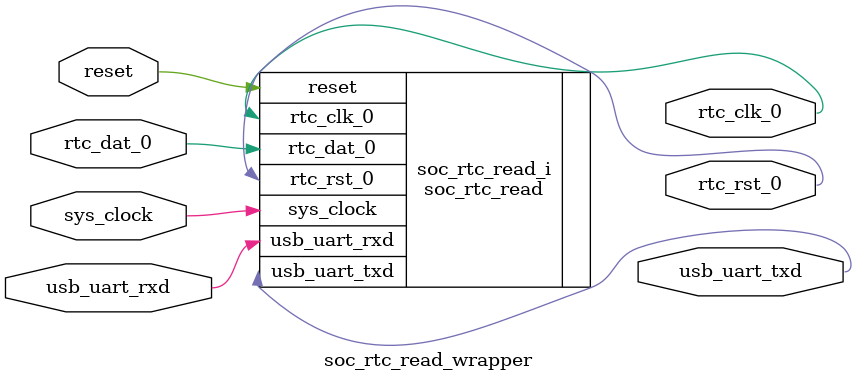
<source format=v>
`timescale 1 ps / 1 ps

module soc_rtc_read_wrapper
   (reset,
    rtc_clk_0,
    rtc_dat_0,
    rtc_rst_0,
    sys_clock,
    usb_uart_rxd,
    usb_uart_txd);
  input reset;
  output rtc_clk_0;
  inout rtc_dat_0;
  output rtc_rst_0;
  input sys_clock;
  input usb_uart_rxd;
  output usb_uart_txd;

  wire reset;
  wire rtc_clk_0;
  wire rtc_dat_0;
  wire rtc_rst_0;
  wire sys_clock;
  wire usb_uart_rxd;
  wire usb_uart_txd;

  soc_rtc_read soc_rtc_read_i
       (.reset(reset),
        .rtc_clk_0(rtc_clk_0),
        .rtc_dat_0(rtc_dat_0),
        .rtc_rst_0(rtc_rst_0),
        .sys_clock(sys_clock),
        .usb_uart_rxd(usb_uart_rxd),
        .usb_uart_txd(usb_uart_txd));
endmodule

</source>
